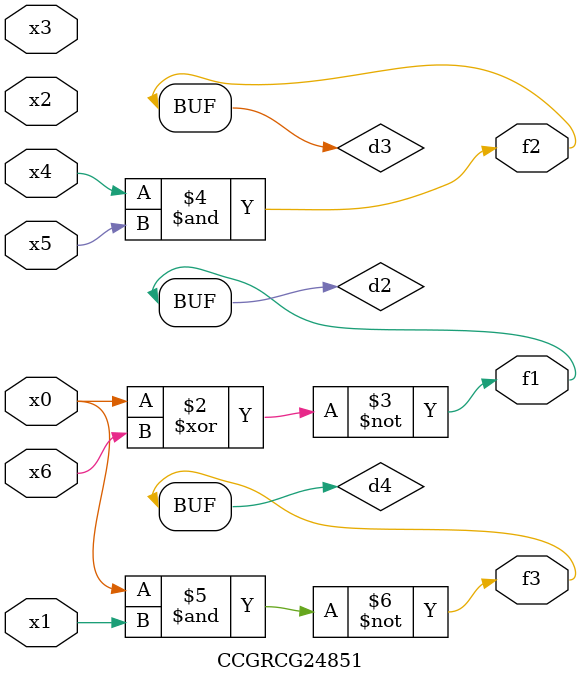
<source format=v>
module CCGRCG24851(
	input x0, x1, x2, x3, x4, x5, x6,
	output f1, f2, f3
);

	wire d1, d2, d3, d4;

	nor (d1, x0);
	xnor (d2, x0, x6);
	and (d3, x4, x5);
	nand (d4, x0, x1);
	assign f1 = d2;
	assign f2 = d3;
	assign f3 = d4;
endmodule

</source>
